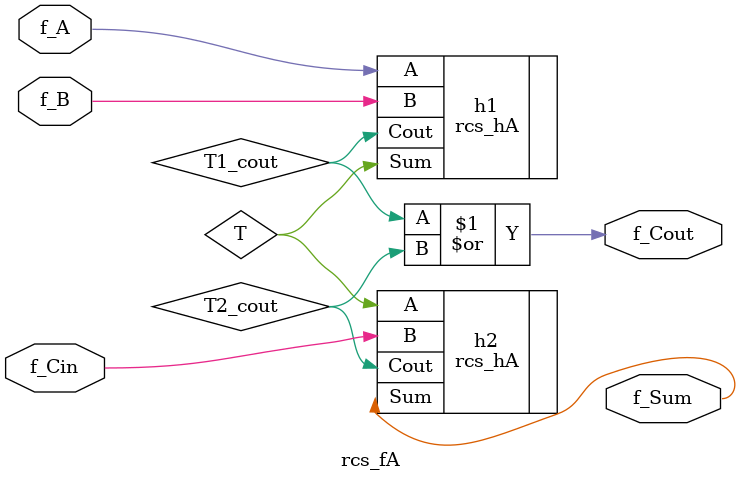
<source format=v>
`timescale 1ns / 1ps


module rcs_fA(
    input f_A,
    input f_B,
    input f_Cin,
    output f_Sum,
    output f_Cout
    );
    wire T, T1_cout, T2_cout;
    rcs_hA h1(.A(f_A), .B(f_B), .Sum(T), .Cout(T1_cout));
    rcs_hA h2(.A(T), .B(f_Cin), .Sum(f_Sum), .Cout(T2_cout));
    
    assign f_Cout=T1_cout|T2_cout;
    
endmodule

</source>
